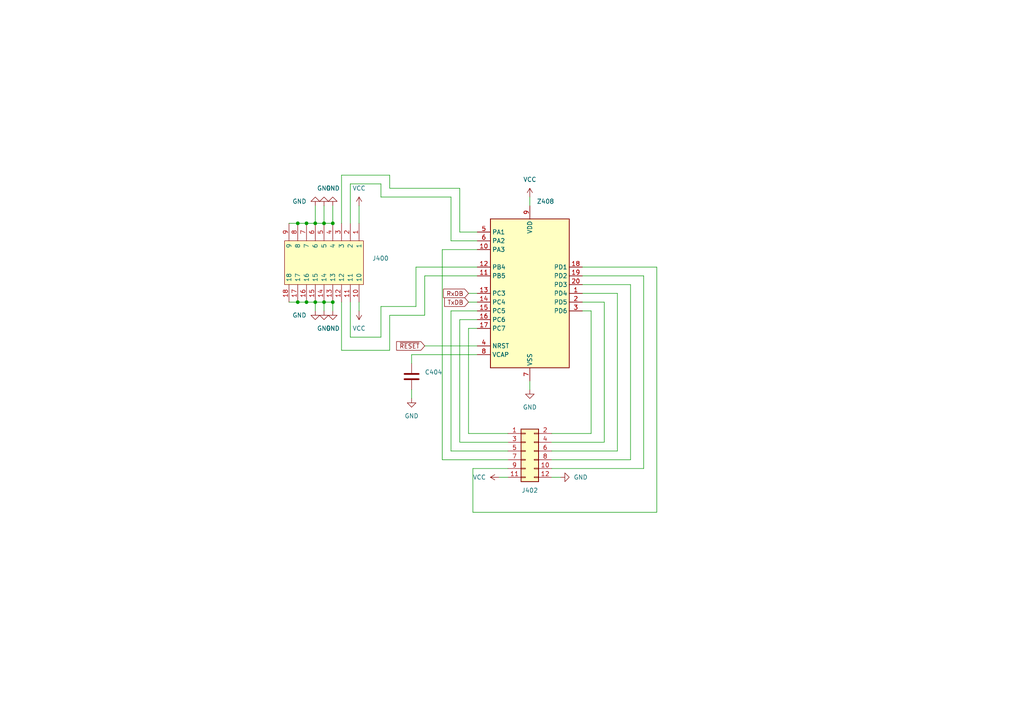
<source format=kicad_sch>
(kicad_sch (version 20211123) (generator eeschema)
  (paper "A4")
  (title_block (title "ACE4NOKB") (date "2020-04-30") (rev "Alpha") (company "Ontobus") (comment 1 "John Bradley") (comment 2 "https://creativecommons.org/licenses/by-nc-sa/4.0/") (comment 3 "Attribution-NonCommercial-ShareAlike 4.0 International License.") (comment 4 "This work is licensed under a Creative Commons "))
  (lib_symbols
    (symbol "Connector_Generic:Conn_02x06_Odd_Even" (pin_names (offset 1.016) hide)
      (property "Reference" "J" (at 1.27 7.62 0))
      (property "Value" "Conn_02x06_Odd_Even" (at 1.27 -10.16 0))
      (symbol "Conn_02x06_Odd_Even_1_1"
        (rectangle (start -1.27 -7.493) (end 0 -7.747) (stroke (width 0.1524)))
        (rectangle (start -1.27 -4.953) (end 0 -5.207) (stroke (width 0.1524)))
        (rectangle (start -1.27 -2.413) (end 0 -2.667) (stroke (width 0.1524)))
        (rectangle (start -1.27 0.127) (end 0 -0.127) (stroke (width 0.1524)))
        (rectangle (start -1.27 2.667) (end 0 2.413) (stroke (width 0.1524)))
        (rectangle (start -1.27 5.207) (end 0 4.953) (stroke (width 0.1524)))
        (rectangle (start -1.27 6.35) (end 3.81 -8.89) (stroke (width 0.254)) (fill (type background)))
        (rectangle (start 3.81 -7.493) (end 2.54 -7.747) (stroke (width 0.1524)))
        (rectangle (start 3.81 -4.953) (end 2.54 -5.207) (stroke (width 0.1524)))
        (rectangle (start 3.81 -2.413) (end 2.54 -2.667) (stroke (width 0.1524)))
        (rectangle (start 3.81 0.127) (end 2.54 -0.127) (stroke (width 0.1524)))
        (rectangle (start 3.81 2.667) (end 2.54 2.413) (stroke (width 0.1524)))
        (rectangle (start 3.81 5.207) (end 2.54 4.953) (stroke (width 0.1524)))
        (pin passive line (at -5.08 5.08 0) (length 3.81) (name "Pin_1") (number "1"))
        (pin passive line (at 7.62 -5.08 180) (length 3.81) (name "Pin_10") (number "10"))
        (pin passive line (at -5.08 -7.62 0) (length 3.81) (name "Pin_11") (number "11"))
        (pin passive line (at 7.62 -7.62 180) (length 3.81) (name "Pin_12") (number "12"))
        (pin passive line (at 7.62 5.08 180) (length 3.81) (name "Pin_2") (number "2"))
        (pin passive line (at -5.08 2.54 0) (length 3.81) (name "Pin_3") (number "3"))
        (pin passive line (at 7.62 2.54 180) (length 3.81) (name "Pin_4") (number "4"))
        (pin passive line (at -5.08 0 0) (length 3.81) (name "Pin_5") (number "5"))
        (pin passive line (at 7.62 0 180) (length 3.81) (name "Pin_6") (number "6"))
        (pin passive line (at -5.08 -2.54 0) (length 3.81) (name "Pin_7") (number "7"))
        (pin passive line (at 7.62 -2.54 180) (length 3.81) (name "Pin_8") (number "8"))
        (pin passive line (at -5.08 -5.08 0) (length 3.81) (name "Pin_9") (number "9"))
      )
    )
    (symbol "Device:C" (pin_numbers hide) (pin_names (offset 0.254))
      (property "Reference" "C" (at 0.635 2.54 0))
      (property "Value" "C" (at 0.635 -2.54 0))
      (symbol "C_0_1"
        (polyline (pts (xy -2.032 -0.762) (xy 2.032 -0.762)) (stroke (width 0.508)))
        (polyline (pts (xy -2.032 0.762) (xy 2.032 0.762)) (stroke (width 0.508)))
      )
      (symbol "C_1_1"
        (pin passive line (at 0 3.81 270) (length 2.794) (name "~") (number "1"))
        (pin passive line (at 0 -3.81 90) (length 2.794) (name "~") (number "2"))
      )
    )
    (symbol "ExtraSymbols:48409-0003" (pin_names (offset 0.762))
      (property "Reference" "J" (at 5.715 3.81 0))
      (property "Value" "48409-0003" (at 11.43 4.445 0))
      (symbol "48409-0003_0_0"
        (pin passive line (at 0 0 0) (length 5.08) (name "1") (number "1"))
        (pin passive line (at 22.86 0 180) (length 5.08) (name "10") (number "10"))
        (pin passive line (at 22.86 -2.54 180) (length 5.08) (name "11") (number "11"))
        (pin passive line (at 22.86 -5.08 180) (length 5.08) (name "12") (number "12"))
        (pin passive line (at 22.86 -7.62 180) (length 5.08) (name "13") (number "13"))
        (pin passive line (at 22.86 -10.16 180) (length 5.08) (name "14") (number "14"))
        (pin passive line (at 22.86 -12.7 180) (length 5.08) (name "15") (number "15"))
        (pin passive line (at 22.86 -15.24 180) (length 5.08) (name "16") (number "16"))
        (pin passive line (at 22.86 -17.78 180) (length 5.08) (name "17") (number "17"))
        (pin passive line (at 22.86 -20.32 180) (length 5.08) (name "18") (number "18"))
        (pin passive line (at 0 -2.54 0) (length 5.08) (name "2") (number "2"))
        (pin passive line (at 0 -5.08 0) (length 5.08) (name "3") (number "3"))
        (pin passive line (at 0 -7.62 0) (length 5.08) (name "4") (number "4"))
        (pin passive line (at 0 -10.16 0) (length 5.08) (name "5") (number "5"))
        (pin passive line (at 0 -12.7 0) (length 5.08) (name "6") (number "6"))
        (pin passive line (at 0 -15.24 0) (length 5.08) (name "7") (number "7"))
        (pin passive line (at 0 -17.78 0) (length 5.08) (name "8") (number "8"))
        (pin passive line (at 0 -20.32 0) (length 5.08) (name "9") (number "9"))
      )
      (symbol "48409-0003_0_1"
        (polyline (pts (xy 5.08 1.27) (xy 17.78 1.27) (xy 17.78 -21.59) (xy 5.08 -21.59) (xy 5.08 1.27)) (stroke (width 0.1524)) (fill (type background)))
      )
    )
    (symbol "MCU_ST_STM8:STM8S003F3P"
      (property "Reference" "U" (at 1.27 25.4 0))
      (property "Value" "STM8S003F3P" (at 1.27 22.86 0))
      (symbol "STM8S003F3P_0_1"
        (rectangle (start -11.43 21.59) (end 11.43 -21.59) (stroke (width 0.254)) (fill (type background)))
      )
      (symbol "STM8S003F3P_1_1"
        (pin bidirectional line (at 15.24 0 180) (length 3.81) (name "PD4") (number "1"))
        (pin bidirectional line (at -15.24 12.7 0) (length 3.81) (name "PA3") (number "10"))
        (pin bidirectional line (at -15.24 5.08 0) (length 3.81) (name "PB5") (number "11"))
        (pin bidirectional line (at -15.24 7.62 0) (length 3.81) (name "PB4") (number "12"))
        (pin bidirectional line (at -15.24 0 0) (length 3.81) (name "PC3") (number "13"))
        (pin bidirectional line (at -15.24 -2.54 0) (length 3.81) (name "PC4") (number "14"))
        (pin bidirectional line (at -15.24 -5.08 0) (length 3.81) (name "PC5") (number "15"))
        (pin bidirectional line (at -15.24 -7.62 0) (length 3.81) (name "PC6") (number "16"))
        (pin bidirectional line (at -15.24 -10.16 0) (length 3.81) (name "PC7") (number "17"))
        (pin bidirectional line (at 15.24 7.62 180) (length 3.81) (name "PD1") (number "18"))
        (pin bidirectional line (at 15.24 5.08 180) (length 3.81) (name "PD2") (number "19"))
        (pin bidirectional line (at 15.24 -2.54 180) (length 3.81) (name "PD5") (number "2"))
        (pin bidirectional line (at 15.24 2.54 180) (length 3.81) (name "PD3") (number "20"))
        (pin bidirectional line (at 15.24 -5.08 180) (length 3.81) (name "PD6") (number "3"))
        (pin input line (at -15.24 -15.24 0) (length 3.81) (name "NRST") (number "4"))
        (pin bidirectional line (at -15.24 17.78 0) (length 3.81) (name "PA1") (number "5"))
        (pin bidirectional line (at -15.24 15.24 0) (length 3.81) (name "PA2") (number "6"))
        (pin power_in line (at 0 -25.4 90) (length 3.81) (name "VSS") (number "7"))
        (pin passive line (at -15.24 -17.78 0) (length 3.81) (name "VCAP") (number "8"))
        (pin power_in line (at 0 25.4 270) (length 3.81) (name "VDD") (number "9"))
      )
    )
    (symbol "power:GND" (power) (pin_names (offset 0))
      (property "Value" "GND" (at 0 -3.81 0))
      (symbol "GND_0_1"
        (polyline (pts (xy 0 0) (xy 0 -1.27) (xy 1.27 -1.27) (xy 0 -2.54) (xy -1.27 -1.27) (xy 0 -1.27)))
      )
      (symbol "GND_1_1"
        (pin power_in line (at 0 0 270) (length 0) hide (name "GND") (number "1"))
      )
    )
    (symbol "power:VCC" (power) (pin_names (offset 0))
      (property "Value" "VCC" (at 0 3.81 0))
      (symbol "VCC_0_1"
        (polyline (pts (xy -0.762 1.27) (xy 0 2.54)))
        (polyline (pts (xy 0 0) (xy 0 2.54)))
        (polyline (pts (xy 0 2.54) (xy 0.762 1.27)))
      )
      (symbol "VCC_1_1"
        (pin power_in line (at 0 0 90) (length 0) hide (name "VCC") (number "1"))
      )
    )
  )
  (junction (at 88.9 64.77))
  (junction (at 91.44 87.63))
  (junction (at 86.36 87.63))
  (junction (at 86.36 64.77))
  (junction (at 96.52 64.77))
  (junction (at 91.44 64.77))
  (junction (at 93.98 87.63))
  (junction (at 88.9 87.63))
  (junction (at 93.98 64.77))
  (junction (at 96.52 87.63))
  (no_connect (at -344.805 283.21))
  (no_connect (at -28.575 298.45))
  (wire (pts (xy 168.91 90.17) (xy 171.45 90.17)))
  (wire (pts (xy 133.35 67.31) (xy 133.35 54.61)))
  (wire (pts (xy 130.81 57.15) (xy 130.81 69.85)))
  (wire (pts (xy 86.36 64.77) (xy 83.82 64.77)))
  (wire (pts (xy 160.02 130.81) (xy 179.07 130.81)))
  (wire (pts (xy 88.9 87.63) (xy 86.36 87.63)))
  (wire (pts (xy 128.27 133.35) (xy 147.32 133.35)))
  (wire (pts (xy 88.9 64.77) (xy 86.36 64.77)))
  (wire (pts (xy 138.43 100.33) (xy 123.19 100.33)))
  (wire (pts (xy 113.03 54.61) (xy 113.03 50.8)))
  (wire (pts (xy 99.06 101.6) (xy 99.06 87.63)))
  (wire (pts (xy 186.69 80.01) (xy 186.69 135.89)))
  (wire (pts (xy 179.07 85.09) (xy 179.07 130.81)))
  (wire (pts (xy 91.44 87.63) (xy 88.9 87.63)))
  (wire (pts (xy 93.98 87.63) (xy 91.44 87.63)))
  (wire (pts (xy 104.14 87.63) (xy 104.14 90.17)))
  (wire (pts (xy 160.02 128.27) (xy 175.26 128.27)))
  (wire (pts (xy 175.26 87.63) (xy 175.26 128.27)))
  (wire (pts (xy 168.91 80.01) (xy 186.69 80.01)))
  (wire (pts (xy 160.02 133.35) (xy 182.88 133.35)))
  (wire (pts (xy 137.16 135.89) (xy 147.32 135.89)))
  (wire (pts (xy 130.81 130.81) (xy 147.32 130.81)))
  (wire (pts (xy 135.89 85.09) (xy 138.43 85.09)))
  (wire (pts (xy 96.52 64.77) (xy 93.98 64.77)))
  (wire (pts (xy 168.91 85.09) (xy 179.07 85.09)))
  (wire (pts (xy 160.02 138.43) (xy 162.56 138.43)))
  (wire (pts (xy 190.5 77.47) (xy 190.5 148.59)))
  (wire (pts (xy 113.03 91.44) (xy 123.19 91.44)))
  (wire (pts (xy 113.03 54.61) (xy 133.35 54.61)))
  (wire (pts (xy 110.49 57.15) (xy 130.81 57.15)))
  (wire (pts (xy 91.44 87.63) (xy 91.44 90.17)))
  (wire (pts (xy 138.43 92.71) (xy 133.35 92.71)))
  (wire (pts (xy 119.38 113.03) (xy 119.38 115.57)))
  (wire (pts (xy 113.03 101.6) (xy 99.06 101.6)))
  (wire (pts (xy 91.44 64.77) (xy 91.44 59.69)))
  (wire (pts (xy 93.98 87.63) (xy 93.98 90.17)))
  (wire (pts (xy 182.88 82.55) (xy 182.88 133.35)))
  (wire (pts (xy 144.78 138.43) (xy 147.32 138.43)))
  (wire (pts (xy 138.43 72.39) (xy 128.27 72.39)))
  (wire (pts (xy 137.16 148.59) (xy 137.16 135.89)))
  (wire (pts (xy 171.45 125.73) (xy 160.02 125.73)))
  (wire (pts (xy 113.03 50.8) (xy 99.06 50.8)))
  (wire (pts (xy 91.44 64.77) (xy 88.9 64.77)))
  (wire (pts (xy 93.98 64.77) (xy 93.98 59.69)))
  (wire (pts (xy 147.32 125.73) (xy 135.89 125.73)))
  (wire (pts (xy 138.43 87.63) (xy 135.89 87.63)))
  (wire (pts (xy 160.02 135.89) (xy 186.69 135.89)))
  (wire (pts (xy 168.91 82.55) (xy 182.88 82.55)))
  (wire (pts (xy 168.91 87.63) (xy 175.26 87.63)))
  (wire (pts (xy 120.65 77.47) (xy 138.43 77.47)))
  (wire (pts (xy 171.45 90.17) (xy 171.45 125.73)))
  (wire (pts (xy 96.52 64.77) (xy 96.52 59.69)))
  (wire (pts (xy 110.49 97.79) (xy 101.6 97.79)))
  (wire (pts (xy 133.35 128.27) (xy 147.32 128.27)))
  (wire (pts (xy 123.19 91.44) (xy 123.19 80.01)))
  (wire (pts (xy 110.49 88.9) (xy 110.49 97.79)))
  (wire (pts (xy 130.81 90.17) (xy 130.81 130.81)))
  (wire (pts (xy 168.91 77.47) (xy 190.5 77.47)))
  (wire (pts (xy 123.19 80.01) (xy 138.43 80.01)))
  (wire (pts (xy 130.81 69.85) (xy 138.43 69.85)))
  (wire (pts (xy 104.14 64.77) (xy 104.14 59.69)))
  (wire (pts (xy 120.65 88.9) (xy 120.65 77.47)))
  (wire (pts (xy 93.98 64.77) (xy 91.44 64.77)))
  (wire (pts (xy 86.36 87.63) (xy 83.82 87.63)))
  (wire (pts (xy 119.38 102.87) (xy 119.38 105.41)))
  (wire (pts (xy 138.43 95.25) (xy 135.89 95.25)))
  (wire (pts (xy 153.67 59.69) (xy 153.67 57.15)))
  (wire (pts (xy 99.06 50.8) (xy 99.06 64.77)))
  (wire (pts (xy 135.89 95.25) (xy 135.89 125.73)))
  (wire (pts (xy 101.6 97.79) (xy 101.6 87.63)))
  (wire (pts (xy 96.52 87.63) (xy 93.98 87.63)))
  (wire (pts (xy 113.03 91.44) (xy 113.03 101.6)))
  (wire (pts (xy 110.49 53.34) (xy 110.49 57.15)))
  (wire (pts (xy 101.6 53.34) (xy 110.49 53.34)))
  (wire (pts (xy 119.38 102.87) (xy 138.43 102.87)))
  (wire (pts (xy 138.43 67.31) (xy 133.35 67.31)))
  (wire (pts (xy 153.67 110.49) (xy 153.67 113.03)))
  (wire (pts (xy 190.5 148.59) (xy 137.16 148.59)))
  (wire (pts (xy 128.27 72.39) (xy 128.27 133.35)))
  (wire (pts (xy 138.43 90.17) (xy 130.81 90.17)))
  (wire (pts (xy 101.6 53.34) (xy 101.6 64.77)))
  (wire (pts (xy 96.52 87.63) (xy 96.52 90.17)))
  (wire (pts (xy 110.49 88.9) (xy 120.65 88.9)))
  (wire (pts (xy 133.35 92.71) (xy 133.35 128.27)))
  (global_label "TxDB" (shape input) (at 135.89 87.63 180) (property "Intersheet References" "${INTERSHEET_REFS}" (at 129.0301 87.5506 0) (effects (justify right))))
  (global_label "RxDB" (shape input) (at 135.89 85.09 180) (property "Intersheet References" "${INTERSHEET_REFS}" (at 128.7277 85.0106 0) (effects (justify right))))
  (global_label "~{RESET}" (shape input) (at 123.19 100.33 180) (property "Intersheet References" "${INTERSHEET_REFS}" (at 115.1206 100.2506 0) (effects (justify right))))
  (symbol (lib_id "ExtraSymbols:48409-0003") (at 104.14 64.77 270) (unit 1)
    (property "Reference" "J400" (at 107.95 74.9299 90) (effects (justify left)))
    (property "Datasheet" "http://www.molex.com/pdm_docs/sd/484090003_sd.pdf" (effects hide))
    (property "Description" "2 port Vertical Through Hole Version 3 Type A USB Connector" (effects hide))
    (property "Mouser Part Number" "538-48409-0003" (effects hide))
    (property "Mouser Price/Stock" "https://www.mouser.co.uk/ProductDetail/Molex/48409-0003/?qs=KpdAywxU012gZlXxUSovmw%3D%3D" (effects hide))
    (property "Manufacturer_Name" "Molex" (effects hide))
    (property "Manufacturer_Part_Number" "48409-0003" (effects hide))
  )
  (symbol (lib_id "MCU_ST_STM8:STM8S003F3P") (at 153.67 85.09 0) (unit 1)
    (property "Reference" "Z408" (at 155.6894 58.42 0) (effects (justify left)))
    (property "Datasheet" "http://www.st.com/st-web-ui/static/active/en/resource/technical/document/datasheet/DM00024550.pdf" (effects hide))
  )
  (symbol (lib_id "power:VCC") (at 153.67 57.15 0) (unit 1)
    (property "Reference" "#~PWR0140" (effects hide))
    (property "Value" "VCC" (at 153.67 52.07 0))
  )
  (symbol (lib_id "power:GND") (at 96.52 59.69 180) (unit 1)
    (property "Reference" "#~PWR0163" (effects hide))
    (property "Value" "GND" (at 96.52 54.61 0))
  )
  (symbol (lib_id "power:GND") (at 153.67 113.03 0) (unit 1)
    (property "Reference" "#~PWR0141" (effects hide))
    (property "Value" "GND" (at 153.67 118.11 0))
  )
  (symbol (lib_id "power:GND") (at 96.52 90.17 0) (unit 1)
    (property "Reference" "#~PWR0165" (effects hide))
    (property "Value" "GND" (at 96.52 95.25 0))
  )
  (symbol (lib_id "power:GND") (at 91.44 59.69 180) (unit 1)
    (property "Reference" "#~PWR0144" (effects hide))
    (property "Value" "GND" (at 88.9 58.4199 0) (effects (justify left)))
  )
  (symbol (lib_id "power:VCC") (at 104.14 90.17 180) (unit 1)
    (property "Reference" "#~PWR0145" (effects hide))
    (property "Value" "VCC" (at 104.14 95.25 0))
  )
  (symbol (lib_id "power:VCC") (at 104.14 59.69 0) (unit 1)
    (property "Reference" "#~PWR0146" (effects hide))
    (property "Value" "VCC" (at 104.14 54.61 0))
  )
  (symbol (lib_id "power:GND") (at 93.98 59.69 180) (unit 1)
    (property "Reference" "#~PWR0148" (effects hide))
    (property "Value" "GND" (at 93.98 54.61 0))
  )
  (symbol (lib_id "power:GND") (at 93.98 90.17 0) (unit 1)
    (property "Reference" "#~PWR0149" (effects hide))
    (property "Value" "GND" (at 93.98 95.25 0))
  )
  (symbol (lib_id "power:GND") (at 91.44 90.17 0) (unit 1)
    (property "Reference" "#~PWR0152" (effects hide))
    (property "Value" "GND" (at 88.9 91.4399 0) (effects (justify right)))
  )
  (symbol (lib_id "power:GND") (at 162.56 138.43 90) (unit 1)
    (property "Reference" "#~PWR0164" (effects hide))
    (property "Value" "GND" (at 166.37 138.4299 90) (effects (justify right)))
  )
  (symbol (lib_id "power:VCC") (at 144.78 138.43 90) (unit 1)
    (property "Reference" "#~PWR0166" (effects hide))
    (property "Value" "VCC" (at 140.97 138.4299 90) (effects (justify left)))
  )
  (symbol (lib_id "Connector_Generic:Conn_02x06_Odd_Even") (at 152.4 130.81 0) (unit 1)
    (property "Reference" "J402" (at 153.67 142.24 0))
    (property "Manufacturer_Name" "SAMTEC" (effects hide))
    (property "Manufacturer_Part_Number" "HTSW-106-08-S-D " (effects hide))
  )
  (symbol (lib_id "Device:C") (at 119.38 109.22 0) (unit 1)
    (property "Reference" "C404" (at 123.19 107.9499 0) (effects (justify left)))
  )
  (symbol (lib_id "power:GND") (at 119.38 115.57 0) (unit 1)
    (property "Reference" "#~PWR0167" (effects hide))
    (property "Value" "GND" (at 119.38 120.65 0))
  )
)
</source>
